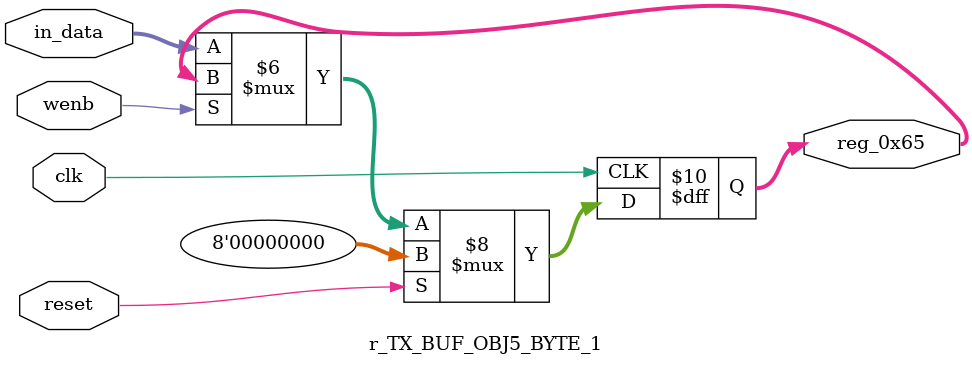
<source format=v>
module r_TX_BUF_OBJ5_BYTE_1(output reg [7:0] reg_0x65, input wire reset, input wire wenb, input wire [7:0] in_data, input wire clk);
	always@(posedge clk)
	begin
		if(reset==0) begin
			if(wenb==0)
				reg_0x65<=in_data;
			else
				reg_0x65<=reg_0x65;
		end
		else
			reg_0x65<=8'h00;
	end
endmodule
</source>
